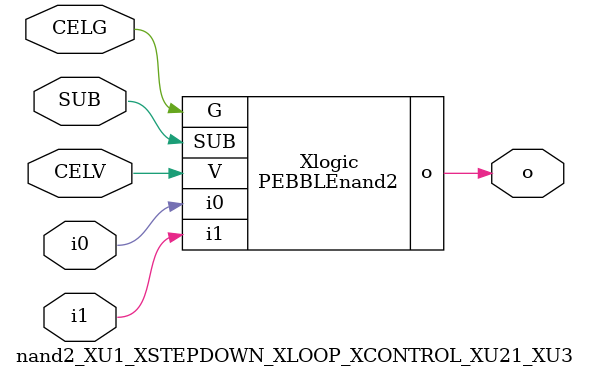
<source format=v>



module PEBBLEnand2 ( o, G, SUB, V, i0, i1 );

  input i0;
  input V;
  input i1;
  input G;
  output o;
  input SUB;
endmodule

//Celera Confidential Do Not Copy nand2_XU1_XSTEPDOWN_XLOOP_XCONTROL_XU21_XU3
//Celera Confidential Symbol Generator
//5V NAND2
module nand2_XU1_XSTEPDOWN_XLOOP_XCONTROL_XU21_XU3 (CELV,CELG,i0,i1,o,SUB);
input CELV;
input CELG;
input i0;
input i1;
input SUB;
output o;

//Celera Confidential Do Not Copy nand2
PEBBLEnand2 Xlogic(
.V (CELV),
.i0 (i0),
.i1 (i1),
.o (o),
.SUB (SUB),
.G (CELG)
);
//,diesize,PEBBLEnand2

//Celera Confidential Do Not Copy Module End
//Celera Schematic Generator
endmodule

</source>
